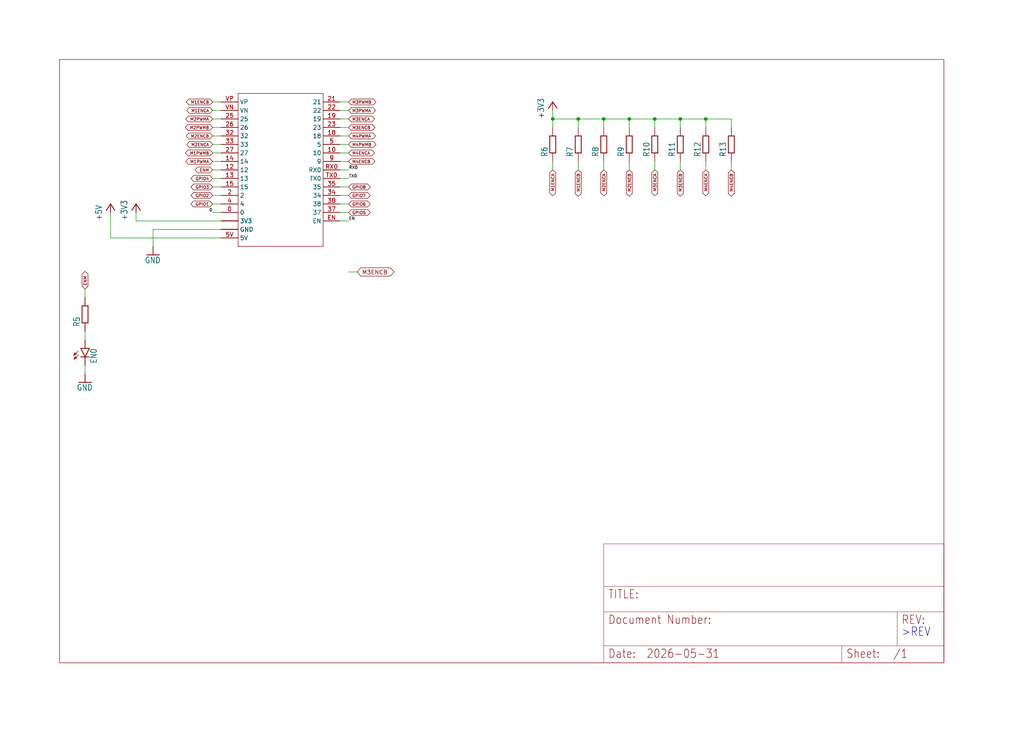
<source format=kicad_sch>
(kicad_sch (version 20230121) (generator eeschema)
  (paper "User" 305.867 218.491)
  (lib_symbols
    (symbol "Edurob-eagle-import:+3V3" (power)
      (property "Value" "+3V3" (at -2.54 -5.08 90))
      (symbol "+3V3_1_0"
        (polyline (pts (xy 0 0) (xy -1.27 -1.905)) (stroke (width 0.254)))
        (polyline (pts (xy 1.27 -1.905) (xy 0 0)) (stroke (width 0.254)))
        (pin power_in line (at 0 -2.54 90) (length 2.54) (name "+3V3") (number "1"))
      )
    )
    (symbol "Edurob-eagle-import:+5V" (power)
      (property "Value" "+5V" (at -2.54 -5.08 90))
      (symbol "+5V_1_0"
        (polyline (pts (xy 0 0) (xy -1.27 -1.905)) (stroke (width 0.254)))
        (polyline (pts (xy 1.27 -1.905) (xy 0 0)) (stroke (width 0.254)))
        (pin power_in line (at 0 -2.54 90) (length 2.54) (name "+5V") (number "1"))
      )
    )
    (symbol "Edurob-eagle-import:DINA4_L"
      (symbol "DINA4_L_1_0"
        (polyline (pts (xy 0 0) (xy 264.16 0) (xy 264.16 180.34) (xy 0 180.34) (xy 0 0)))
      )
      (symbol "DINA4_L_2_0"
        (polyline (pts (xy 0 0) (xy 0 5.08)) (stroke (width 0.1016)))
        (polyline (pts (xy 0 0) (xy 71.12 0)) (stroke (width 0.1016)))
        (polyline (pts (xy 0 5.08) (xy 0 15.24)) (stroke (width 0.1016)))
        (polyline (pts (xy 0 5.08) (xy 71.12 5.08)) (stroke (width 0.1016)))
        (polyline (pts (xy 0 15.24) (xy 0 22.86)) (stroke (width 0.1016)))
        (polyline (pts (xy 0 22.86) (xy 0 35.56)) (stroke (width 0.1016)))
        (polyline (pts (xy 0 22.86) (xy 101.6 22.86)) (stroke (width 0.1016)))
        (polyline (pts (xy 71.12 0) (xy 101.6 0)) (stroke (width 0.1016)))
        (polyline (pts (xy 71.12 5.08) (xy 71.12 0)) (stroke (width 0.1016)))
        (polyline (pts (xy 71.12 5.08) (xy 87.63 5.08)) (stroke (width 0.1016)))
        (polyline (pts (xy 87.63 5.08) (xy 101.6 5.08)) (stroke (width 0.1016)))
        (polyline (pts (xy 87.63 15.24) (xy 0 15.24)) (stroke (width 0.1016)))
        (polyline (pts (xy 87.63 15.24) (xy 87.63 5.08)) (stroke (width 0.1016)))
        (polyline (pts (xy 101.6 5.08) (xy 101.6 0)) (stroke (width 0.1016)))
        (polyline (pts (xy 101.6 15.24) (xy 87.63 15.24)) (stroke (width 0.1016)))
        (polyline (pts (xy 101.6 15.24) (xy 101.6 5.08)) (stroke (width 0.1016)))
        (polyline (pts (xy 101.6 22.86) (xy 101.6 15.24)) (stroke (width 0.1016)))
        (polyline (pts (xy 101.6 35.56) (xy 0 35.56)) (stroke (width 0.1016)))
        (polyline (pts (xy 101.6 35.56) (xy 101.6 22.86)) (stroke (width 0.1016)))
        (text "${#}/${##}" (at 86.36 1.27 0) (effects (font (size 2.54 2.159)) (justify left bottom)))
        (text "${CURRENT_DATE}" (at 12.7 1.27 0) (effects (font (size 2.54 2.159)) (justify left bottom)))
        (text "${PROJECTNAME}" (at 17.78 19.05 0) (effects (font (size 2.54 2.159)) (justify left bottom)))
        (text "Date:" (at 1.27 1.27 0) (effects (font (size 2.54 2.159)) (justify left bottom)))
        (text "Document Number:" (at 1.27 11.43 0) (effects (font (size 2.54 2.159)) (justify left bottom)))
        (text "REV:" (at 88.9 11.43 0) (effects (font (size 2.54 2.159)) (justify left bottom)))
        (text "Sheet:" (at 72.39 1.27 0) (effects (font (size 2.54 2.159)) (justify left bottom)))
        (text "TITLE:" (at 1.27 19.05 0) (effects (font (size 2.54 2.159)) (justify left bottom)))
      )
    )
    (symbol "Edurob-eagle-import:ESP32"
      (symbol "ESP32_1_0"
        (polyline (pts (xy -12.7 -22.86) (xy -12.7 22.86)) (stroke (width 0.1524)))
        (polyline (pts (xy -12.7 22.86) (xy 12.7 22.86)) (stroke (width 0.1524)))
        (polyline (pts (xy 12.7 -22.86) (xy -12.7 -22.86)) (stroke (width 0.1524)))
        (polyline (pts (xy 12.7 22.86) (xy 12.7 -22.86)) (stroke (width 0.1524)))
        (pin bidirectional line (at -17.78 -12.7 0) (length 5.08) (name "0") (number "0"))
        (pin bidirectional line (at 17.78 5.08 180) (length 5.08) (name "10") (number "10"))
        (pin bidirectional line (at -17.78 0 0) (length 5.08) (name "12") (number "12"))
        (pin bidirectional line (at -17.78 -2.54 0) (length 5.08) (name "13") (number "13"))
        (pin bidirectional line (at -17.78 2.54 0) (length 5.08) (name "14") (number "14"))
        (pin bidirectional line (at -17.78 -5.08 0) (length 5.08) (name "15") (number "15"))
        (pin bidirectional line (at 17.78 10.16 180) (length 5.08) (name "18") (number "18"))
        (pin bidirectional line (at 17.78 15.24 180) (length 5.08) (name "19") (number "19"))
        (pin bidirectional line (at -17.78 -7.62 0) (length 5.08) (name "2") (number "2"))
        (pin bidirectional line (at 17.78 20.32 180) (length 5.08) (name "21") (number "21"))
        (pin bidirectional line (at 17.78 17.78 180) (length 5.08) (name "22") (number "22"))
        (pin bidirectional line (at 17.78 12.7 180) (length 5.08) (name "23") (number "23"))
        (pin bidirectional line (at -17.78 15.24 0) (length 5.08) (name "25") (number "25"))
        (pin bidirectional line (at -17.78 12.7 0) (length 5.08) (name "26") (number "26"))
        (pin bidirectional line (at -17.78 5.08 0) (length 5.08) (name "27") (number "27"))
        (pin bidirectional line (at -17.78 10.16 0) (length 5.08) (name "32") (number "32"))
        (pin bidirectional line (at -17.78 7.62 0) (length 5.08) (name "33") (number "33"))
        (pin bidirectional line (at 17.78 -7.62 180) (length 5.08) (name "34") (number "34"))
        (pin bidirectional line (at 17.78 -5.08 180) (length 5.08) (name "35") (number "35"))
        (pin bidirectional line (at 17.78 -12.7 180) (length 5.08) (name "37") (number "37"))
        (pin bidirectional line (at 17.78 -10.16 180) (length 5.08) (name "38") (number "38"))
        (pin bidirectional line (at -17.78 -15.24 0) (length 5.08) (name "3V3") (number "3V3"))
        (pin bidirectional line (at -17.78 -15.24 0) (length 5.08) (name "3V3") (number "3V3."))
        (pin bidirectional line (at -17.78 -10.16 0) (length 5.08) (name "4") (number "4"))
        (pin bidirectional line (at 17.78 7.62 180) (length 5.08) (name "5") (number "5"))
        (pin bidirectional line (at -17.78 -20.32 0) (length 5.08) (name "5V") (number "5V"))
        (pin bidirectional line (at 17.78 2.54 180) (length 5.08) (name "9") (number "9"))
        (pin bidirectional line (at 17.78 -15.24 180) (length 5.08) (name "EN") (number "EN"))
        (pin bidirectional line (at -17.78 -17.78 0) (length 5.08) (name "GND") (number "GND"))
        (pin bidirectional line (at -17.78 -17.78 0) (length 5.08) (name "GND") (number "GND."))
        (pin bidirectional line (at 17.78 0 180) (length 5.08) (name "RX0") (number "RX0"))
        (pin bidirectional line (at 17.78 -2.54 180) (length 5.08) (name "TX0") (number "TX0"))
        (pin bidirectional line (at -17.78 17.78 0) (length 5.08) (name "VN") (number "VN"))
        (pin bidirectional line (at -17.78 20.32 0) (length 5.08) (name "VP") (number "VP"))
      )
    )
    (symbol "Edurob-eagle-import:GND" (power)
      (property "Value" "GND" (at -2.54 -2.54 0))
      (symbol "GND_1_0"
        (polyline (pts (xy -1.905 0) (xy 1.905 0)) (stroke (width 0.254)))
        (pin power_in line (at 0 2.54 270) (length 2.54) (name "GND") (number "1"))
      )
    )
    (symbol "Edurob-eagle-import:LEDCHIP-LED0805"
      (property "Reference" "LED" (at 3.556 -4.572 90))
      (symbol "LEDCHIP-LED0805_1_0"
        (polyline (pts (xy -2.032 -0.762) (xy -3.429 -2.159)) (stroke (width 0.1524)))
        (polyline (pts (xy -1.905 -1.905) (xy -3.302 -3.302)) (stroke (width 0.1524)))
        (polyline (pts (xy 0 -2.54) (xy -1.27 -2.54)) (stroke (width 0.254)))
        (polyline (pts (xy 0 -2.54) (xy -1.27 0)) (stroke (width 0.254)))
        (polyline (pts (xy 0 0) (xy -1.27 0)) (stroke (width 0.254)))
        (polyline (pts (xy 1.27 -2.54) (xy 0 -2.54)) (stroke (width 0.254)))
        (polyline (pts (xy 1.27 0) (xy 0 -2.54)) (stroke (width 0.254)))
        (polyline (pts (xy 1.27 0) (xy 0 0)) (stroke (width 0.254)))
        (polyline (pts (xy -3.429 -2.159) (xy -3.048 -1.27) (xy -2.54 -1.778)) (stroke (width 0.1524)) (fill (type outline)))
        (polyline (pts (xy -3.302 -3.302) (xy -2.921 -2.413) (xy -2.413 -2.921)) (stroke (width 0.1524)) (fill (type outline)))
        (pin passive line (at 0 2.54 270) (length 2.54) (name "A") (number "A"))
        (pin passive line (at 0 -5.08 90) (length 2.54) (name "C") (number "C"))
      )
    )
    (symbol "Edurob-eagle-import:R-EU_R0603"
      (property "Reference" "R" (at -3.81 1.4986 0))
      (symbol "R-EU_R0603_1_0"
        (polyline (pts (xy -2.54 -0.889) (xy -2.54 0.889)) (stroke (width 0.254)))
        (polyline (pts (xy -2.54 -0.889) (xy 2.54 -0.889)) (stroke (width 0.254)))
        (polyline (pts (xy 2.54 -0.889) (xy 2.54 0.889)) (stroke (width 0.254)))
        (polyline (pts (xy 2.54 0.889) (xy -2.54 0.889)) (stroke (width 0.254)))
        (pin passive line (at -5.08 0 0) (length 2.54) (name "1") (number "1"))
        (pin passive line (at 5.08 0 180) (length 2.54) (name "2") (number "2"))
      )
    )
    (symbol "Edurob-eagle-import:R-EU_R0805"
      (property "Reference" "R" (at -3.81 1.4986 0))
      (symbol "R-EU_R0805_1_0"
        (polyline (pts (xy -2.54 -0.889) (xy -2.54 0.889)) (stroke (width 0.254)))
        (polyline (pts (xy -2.54 -0.889) (xy 2.54 -0.889)) (stroke (width 0.254)))
        (polyline (pts (xy 2.54 -0.889) (xy 2.54 0.889)) (stroke (width 0.254)))
        (polyline (pts (xy 2.54 0.889) (xy -2.54 0.889)) (stroke (width 0.254)))
        (pin passive line (at -5.08 0 0) (length 2.54) (name "1") (number "1"))
        (pin passive line (at 5.08 0 180) (length 2.54) (name "2") (number "2"))
      )
    )
  )
  (junction (at 180.34 35.56))
  (junction (at 172.72 35.56))
  (junction (at 203.2 35.56))
  (junction (at 210.82 35.56))
  (junction (at 187.96 35.56))
  (junction (at 195.58 35.56))
  (junction (at 165.1 35.56))
  (wire (pts (xy 45.72 68.58) (xy 66.04 68.58)) (stroke (width 0.1524)))
  (wire (pts (xy 66.04 55.88) (xy 63.5 55.88)) (stroke (width 0.1524)))
  (wire (pts (xy 101.6 35.56) (xy 104.14 35.56)) (stroke (width 0.1524)))
  (wire (pts (xy 172.72 35.56) (xy 165.1 35.56)) (stroke (width 0.1524)))
  (wire (pts (xy 66.04 48.26) (xy 63.5 48.26)) (stroke (width 0.1524)))
  (wire (pts (xy 45.72 73.66) (xy 45.72 68.58)) (stroke (width 0.1524)))
  (wire (pts (xy 203.2 48.26) (xy 203.2 50.8)) (stroke (width 0.1524)))
  (wire (pts (xy 66.04 58.42) (xy 63.5 58.42)) (stroke (width 0.1524)))
  (wire (pts (xy 25.4 111.76) (xy 25.4 109.22)) (stroke (width 0.1524)))
  (wire (pts (xy 172.72 48.26) (xy 172.72 50.8)) (stroke (width 0.1524)))
  (wire (pts (xy 104.14 81.28) (xy 106.68 81.28)) (stroke (width 0.1524)))
  (wire (pts (xy 101.6 38.1) (xy 104.14 38.1)) (stroke (width 0.1524)))
  (wire (pts (xy 101.6 55.88) (xy 104.14 55.88)) (stroke (width 0.1524)))
  (wire (pts (xy 40.64 66.04) (xy 40.64 63.5)) (stroke (width 0.1524)))
  (wire (pts (xy 165.1 38.1) (xy 165.1 35.56)) (stroke (width 0.1524)))
  (wire (pts (xy 187.96 48.26) (xy 187.96 50.8)) (stroke (width 0.1524)))
  (wire (pts (xy 187.96 35.56) (xy 180.34 35.56)) (stroke (width 0.1524)))
  (wire (pts (xy 180.34 38.1) (xy 180.34 35.56)) (stroke (width 0.1524)))
  (wire (pts (xy 101.6 63.5) (xy 104.14 63.5)) (stroke (width 0.1524)))
  (wire (pts (xy 104.14 60.96) (xy 101.6 60.96)) (stroke (width 0.1524)))
  (wire (pts (xy 101.6 30.48) (xy 104.14 30.48)) (stroke (width 0.1524)))
  (wire (pts (xy 210.82 35.56) (xy 203.2 35.56)) (stroke (width 0.1524)))
  (wire (pts (xy 101.6 50.8) (xy 104.14 50.8)) (stroke (width 0.1524)))
  (wire (pts (xy 66.04 38.1) (xy 63.5 38.1)) (stroke (width 0.1524)))
  (wire (pts (xy 165.1 48.26) (xy 165.1 50.8)) (stroke (width 0.1524)))
  (wire (pts (xy 66.04 50.8) (xy 63.5 50.8)) (stroke (width 0.1524)))
  (wire (pts (xy 101.6 66.04) (xy 104.14 66.04)) (stroke (width 0.1524)))
  (wire (pts (xy 101.6 33.02) (xy 104.14 33.02)) (stroke (width 0.1524)))
  (wire (pts (xy 101.6 48.26) (xy 104.14 48.26)) (stroke (width 0.1524)))
  (wire (pts (xy 101.6 45.72) (xy 104.14 45.72)) (stroke (width 0.1524)))
  (wire (pts (xy 66.04 66.04) (xy 40.64 66.04)) (stroke (width 0.1524)))
  (wire (pts (xy 63.5 43.18) (xy 66.04 43.18)) (stroke (width 0.1524)))
  (wire (pts (xy 101.6 53.34) (xy 104.14 53.34)) (stroke (width 0.1524)))
  (wire (pts (xy 195.58 35.56) (xy 187.96 35.56)) (stroke (width 0.1524)))
  (wire (pts (xy 63.5 40.64) (xy 66.04 40.64)) (stroke (width 0.1524)))
  (wire (pts (xy 66.04 30.48) (xy 63.5 30.48)) (stroke (width 0.1524)))
  (wire (pts (xy 180.34 48.26) (xy 180.34 50.8)) (stroke (width 0.1524)))
  (wire (pts (xy 195.58 48.26) (xy 195.58 50.8)) (stroke (width 0.1524)))
  (wire (pts (xy 66.04 35.56) (xy 63.5 35.56)) (stroke (width 0.1524)))
  (wire (pts (xy 165.1 35.56) (xy 165.1 33.02)) (stroke (width 0.1524)))
  (wire (pts (xy 218.44 48.26) (xy 218.44 50.8)) (stroke (width 0.1524)))
  (wire (pts (xy 218.44 38.1) (xy 218.44 35.56)) (stroke (width 0.1524)))
  (wire (pts (xy 33.02 63.5) (xy 33.02 71.12)) (stroke (width 0.1524)))
  (wire (pts (xy 66.04 33.02) (xy 63.5 33.02)) (stroke (width 0.1524)))
  (wire (pts (xy 210.82 48.26) (xy 210.82 50.8)) (stroke (width 0.1524)))
  (wire (pts (xy 33.02 71.12) (xy 66.04 71.12)) (stroke (width 0.1524)))
  (wire (pts (xy 203.2 35.56) (xy 195.58 35.56)) (stroke (width 0.1524)))
  (wire (pts (xy 218.44 35.56) (xy 210.82 35.56)) (stroke (width 0.1524)))
  (wire (pts (xy 203.2 38.1) (xy 203.2 35.56)) (stroke (width 0.1524)))
  (wire (pts (xy 66.04 63.5) (xy 63.5 63.5)) (stroke (width 0.1524)))
  (wire (pts (xy 66.04 53.34) (xy 63.5 53.34)) (stroke (width 0.1524)))
  (wire (pts (xy 172.72 38.1) (xy 172.72 35.56)) (stroke (width 0.1524)))
  (wire (pts (xy 195.58 38.1) (xy 195.58 35.56)) (stroke (width 0.1524)))
  (wire (pts (xy 180.34 35.56) (xy 172.72 35.56)) (stroke (width 0.1524)))
  (wire (pts (xy 66.04 45.72) (xy 63.5 45.72)) (stroke (width 0.1524)))
  (wire (pts (xy 25.4 88.9) (xy 25.4 86.36)) (stroke (width 0.1524)))
  (wire (pts (xy 66.04 60.96) (xy 63.5 60.96)) (stroke (width 0.1524)))
  (wire (pts (xy 101.6 40.64) (xy 104.14 40.64)) (stroke (width 0.1524)))
  (wire (pts (xy 187.96 38.1) (xy 187.96 35.56)) (stroke (width 0.1524)))
  (wire (pts (xy 101.6 43.18) (xy 104.14 43.18)) (stroke (width 0.1524)))
  (wire (pts (xy 210.82 38.1) (xy 210.82 35.56)) (stroke (width 0.1524)))
  (wire (pts (xy 101.6 58.42) (xy 104.14 58.42)) (stroke (width 0.1524)))
  (wire (pts (xy 25.4 99.06) (xy 25.4 101.6)) (stroke (width 0.1524)))
  (text "${SHEETNAME}" (at 182.88 172.72 0) (effects (font (size 6.4516 5.4838)) (justify left bottom)))
  (text ">REV" (at 269.24 190.5 0) (effects (font (size 2.54 2.159)) (justify left bottom)))
  (label "RX0" (at 104.14 50.8 0) (effects (font (size 0.889 0.889))))
  (label "0" (at 63.5 63.5 180) (effects (font (size 0.889 0.889))))
  (label "TX0" (at 104.14 53.34 0) (effects (font (size 0.889 0.889))))
  (label "EN" (at 104.14 66.04 0) (effects (font (size 0.889 0.889))))
  (global_label "M2ENCB" (shape bidirectional) (at 187.96 50.8 270) (effects (font (size 0.889 0.889))) (property "Intersheetrefs" "${INTERSHEET_REFS}" (effects hide)))
  (global_label "M2ENCA" (shape bidirectional) (at 63.5 43.18 180) (effects (font (size 0.889 0.889))) (property "Intersheetrefs" "${INTERSHEET_REFS}" (effects hide)))
  (global_label "M1PWMB" (shape bidirectional) (at 63.5 45.72 180) (effects (font (size 0.889 0.889))) (property "Intersheetrefs" "${INTERSHEET_REFS}" (effects hide)))
  (global_label "M4ENCA" (shape bidirectional) (at 104.14 45.72 0) (effects (font (size 0.889 0.889))) (property "Intersheetrefs" "${INTERSHEET_REFS}" (effects hide)))
  (global_label "M2ENCB" (shape bidirectional) (at 63.5 40.64 180) (effects (font (size 0.889 0.889))) (property "Intersheetrefs" "${INTERSHEET_REFS}" (effects hide)))
  (global_label "M1ENCA" (shape bidirectional) (at 165.1 50.8 270) (effects (font (size 0.889 0.889))) (property "Intersheetrefs" "${INTERSHEET_REFS}" (effects hide)))
  (global_label "GPIO3" (shape bidirectional) (at 63.5 55.88 180) (effects (font (size 0.889 0.889))) (property "Intersheetrefs" "${INTERSHEET_REFS}" (effects hide)))
  (global_label "GPIO6" (shape bidirectional) (at 104.14 60.96 0) (effects (font (size 0.889 0.889))) (property "Intersheetrefs" "${INTERSHEET_REFS}" (effects hide)))
  (global_label "M4PWMB" (shape bidirectional) (at 104.14 43.18 0) (effects (font (size 0.889 0.889))) (property "Intersheetrefs" "${INTERSHEET_REFS}" (effects hide)))
  (global_label "M3PWMA" (shape bidirectional) (at 104.14 33.02 0) (effects (font (size 0.889 0.889))) (property "Intersheetrefs" "${INTERSHEET_REFS}" (effects hide)))
  (global_label "M3ENCB" (shape bidirectional) (at 104.14 38.1 0) (effects (font (size 0.889 0.889))) (property "Intersheetrefs" "${INTERSHEET_REFS}" (effects hide)))
  (global_label "M1ENCA" (shape bidirectional) (at 63.5 33.02 180) (effects (font (size 0.889 0.889))) (property "Intersheetrefs" "${INTERSHEET_REFS}" (effects hide)))
  (global_label "M4ENCB" (shape bidirectional) (at 104.14 48.26 0) (effects (font (size 0.889 0.889))) (property "Intersheetrefs" "${INTERSHEET_REFS}" (effects hide)))
  (global_label "M4PWMA" (shape bidirectional) (at 104.14 40.64 0) (effects (font (size 0.889 0.889))) (property "Intersheetrefs" "${INTERSHEET_REFS}" (effects hide)))
  (global_label "M2PWMA" (shape bidirectional) (at 63.5 35.56 180) (effects (font (size 0.889 0.889))) (property "Intersheetrefs" "${INTERSHEET_REFS}" (effects hide)))
  (global_label "M3ENCB" (shape bidirectional) (at 106.68 81.28 0) (effects (font (size 1.2446 1.2446))) (property "Intersheetrefs" "${INTERSHEET_REFS}" (effects hide)))
  (global_label "M4ENCB" (shape bidirectional) (at 218.44 50.8 270) (effects (font (size 0.889 0.889))) (property "Intersheetrefs" "${INTERSHEET_REFS}" (effects hide)))
  (global_label "M3ENCB" (shape bidirectional) (at 203.2 50.8 270) (effects (font (size 0.889 0.889))) (property "Intersheetrefs" "${INTERSHEET_REFS}" (effects hide)))
  (global_label "M3ENCA" (shape bidirectional) (at 195.58 50.8 270) (effects (font (size 0.889 0.889))) (property "Intersheetrefs" "${INTERSHEET_REFS}" (effects hide)))
  (global_label "ENM" (shape bidirectional) (at 25.4 86.36 90) (effects (font (size 0.889 0.889))) (property "Intersheetrefs" "${INTERSHEET_REFS}" (effects hide)))
  (global_label "GPIO5" (shape bidirectional) (at 104.14 63.5 0) (effects (font (size 0.889 0.889))) (property "Intersheetrefs" "${INTERSHEET_REFS}" (effects hide)))
  (global_label "M3ENCA" (shape bidirectional) (at 104.14 35.56 0) (effects (font (size 0.889 0.889))) (property "Intersheetrefs" "${INTERSHEET_REFS}" (effects hide)))
  (global_label "ENM" (shape bidirectional) (at 63.5 50.8 180) (effects (font (size 0.889 0.889))) (property "Intersheetrefs" "${INTERSHEET_REFS}" (effects hide)))
  (global_label "GPIO7" (shape bidirectional) (at 104.14 58.42 0) (effects (font (size 0.889 0.889))) (property "Intersheetrefs" "${INTERSHEET_REFS}" (effects hide)))
  (global_label "M1PWMA" (shape bidirectional) (at 63.5 48.26 180) (effects (font (size 0.889 0.889))) (property "Intersheetrefs" "${INTERSHEET_REFS}" (effects hide)))
  (global_label "GPIO4" (shape bidirectional) (at 63.5 53.34 180) (effects (font (size 0.889 0.889))) (property "Intersheetrefs" "${INTERSHEET_REFS}" (effects hide)))
  (global_label "GPIO1" (shape bidirectional) (at 63.5 60.96 180) (effects (font (size 0.889 0.889))) (property "Intersheetrefs" "${INTERSHEET_REFS}" (effects hide)))
  (global_label "M2ENCA" (shape bidirectional) (at 180.34 50.8 270) (effects (font (size 0.889 0.889))) (property "Intersheetrefs" "${INTERSHEET_REFS}" (effects hide)))
  (global_label "M3PWMB" (shape bidirectional) (at 104.14 30.48 0) (effects (font (size 0.889 0.889))) (property "Intersheetrefs" "${INTERSHEET_REFS}" (effects hide)))
  (global_label "M1ENCB" (shape bidirectional) (at 172.72 50.8 270) (effects (font (size 0.889 0.889))) (property "Intersheetrefs" "${INTERSHEET_REFS}" (effects hide)))
  (global_label "M2PWMB" (shape bidirectional) (at 63.5 38.1 180) (effects (font (size 0.889 0.889))) (property "Intersheetrefs" "${INTERSHEET_REFS}" (effects hide)))
  (global_label "GPIO8" (shape bidirectional) (at 104.14 55.88 0) (effects (font (size 0.889 0.889))) (property "Intersheetrefs" "${INTERSHEET_REFS}" (effects hide)))
  (global_label "M4ENCA" (shape bidirectional) (at 210.82 50.8 270) (effects (font (size 0.889 0.889))) (property "Intersheetrefs" "${INTERSHEET_REFS}" (effects hide)))
  (global_label "GPIO2" (shape bidirectional) (at 63.5 58.42 180) (effects (font (size 0.889 0.889))) (property "Intersheetrefs" "${INTERSHEET_REFS}" (effects hide)))
  (global_label "M1ENCB" (shape bidirectional) (at 63.5 30.48 180) (effects (font (size 0.889 0.889))) (property "Intersheetrefs" "${INTERSHEET_REFS}" (effects hide)))
  (symbol (lib_id "Edurob-eagle-import:LEDCHIP-LED0805") (at 25.4 104.14 0) (unit 1)
    (property "Reference" "EN0" (at 28.956 108.712 90) (effects (font (size 1.778 1.5113)) (justify left bottom)))
    (property "Value" "LEDCHIP-LED0805" (effects hide))
    (property "Footprint" "Edurob:CHIP-LED0805" (effects hide))
  )
  (symbol (lib_id "Edurob-eagle-import:+3V3") (at 165.1 30.48 0) (unit 1)
    (property "Reference" "#+3V11" (effects hide))
    (property "Value" "+3V3" (at 162.56 35.56 90) (effects (font (size 1.778 1.5113)) (justify left bottom)))
  )
  (symbol (lib_id "Edurob-eagle-import:DINA4_L") (at 17.78 198.12 0) (unit 1)
    (property "Reference" "#FRAME3" (effects hide))
    (property "Value" "DINA4_L" (effects hide))
  )
  (symbol (lib_id "Edurob-eagle-import:R-EU_R0603") (at 195.58 43.18 90) (unit 1)
    (property "Reference" "R10" (at 194.0814 46.99 0) (effects (font (size 1.778 1.5113)) (justify left bottom)))
    (property "Value" "R-EU_R0603" (effects hide))
    (property "Footprint" "Edurob:R0603" (effects hide))
  )
  (symbol (lib_id "Edurob-eagle-import:ESP32") (at 83.82 50.8 0) (unit 1)
    (property "Reference" "U$1" (effects hide))
    (property "Value" "ESP32" (effects hide))
    (property "Footprint" "Edurob:ESP32" (effects hide))
  )
  (symbol (lib_id "Edurob-eagle-import:R-EU_R0603") (at 203.2 43.18 90) (unit 1)
    (property "Reference" "R11" (at 201.7014 46.99 0) (effects (font (size 1.778 1.5113)) (justify left bottom)))
    (property "Value" "R-EU_R0603" (effects hide))
    (property "Footprint" "Edurob:R0603" (effects hide))
  )
  (symbol (lib_id "Edurob-eagle-import:R-EU_R0603") (at 180.34 43.18 90) (unit 1)
    (property "Reference" "R8" (at 178.8414 46.99 0) (effects (font (size 1.778 1.5113)) (justify left bottom)))
    (property "Value" "R-EU_R0603" (effects hide))
    (property "Footprint" "Edurob:R0603" (effects hide))
  )
  (symbol (lib_id "Edurob-eagle-import:+3V3") (at 40.64 60.96 0) (unit 1)
    (property "Reference" "#+3V2" (effects hide))
    (property "Value" "+3V3" (at 38.1 66.04 90) (effects (font (size 1.778 1.5113)) (justify left bottom)))
  )
  (symbol (lib_id "Edurob-eagle-import:R-EU_R0805") (at 25.4 93.98 90) (unit 1)
    (property "Reference" "R5" (at 23.9014 97.79 0) (effects (font (size 1.778 1.5113)) (justify left bottom)))
    (property "Value" "R-EU_R0805" (effects hide))
    (property "Footprint" "Edurob:R0805" (effects hide))
  )
  (symbol (lib_id "Edurob-eagle-import:R-EU_R0603") (at 210.82 43.18 90) (unit 1)
    (property "Reference" "R12" (at 209.3214 46.99 0) (effects (font (size 1.778 1.5113)) (justify left bottom)))
    (property "Value" "R-EU_R0603" (effects hide))
    (property "Footprint" "Edurob:R0603" (effects hide))
  )
  (symbol (lib_id "Edurob-eagle-import:GND") (at 45.72 76.2 0) (unit 1)
    (property "Reference" "#GND16" (effects hide))
    (property "Value" "GND" (at 43.18 78.74 0) (effects (font (size 1.778 1.5113)) (justify left bottom)))
  )
  (symbol (lib_id "Edurob-eagle-import:GND") (at 25.4 114.3 0) (unit 1)
    (property "Reference" "#GND9" (effects hide))
    (property "Value" "GND" (at 22.86 116.84 0) (effects (font (size 1.778 1.5113)) (justify left bottom)))
  )
  (symbol (lib_id "Edurob-eagle-import:DINA4_L") (at 180.34 198.12 0) (unit 2)
    (property "Reference" "#FRAME3" (effects hide))
    (property "Value" "DINA4_L" (effects hide))
  )
  (symbol (lib_id "Edurob-eagle-import:R-EU_R0603") (at 187.96 43.18 90) (unit 1)
    (property "Reference" "R9" (at 186.4614 46.99 0) (effects (font (size 1.778 1.5113)) (justify left bottom)))
    (property "Value" "R-EU_R0603" (effects hide))
    (property "Footprint" "Edurob:R0603" (effects hide))
  )
  (symbol (lib_id "Edurob-eagle-import:R-EU_R0603") (at 218.44 43.18 90) (unit 1)
    (property "Reference" "R13" (at 216.9414 46.99 0) (effects (font (size 1.778 1.5113)) (justify left bottom)))
    (property "Value" "R-EU_R0603" (effects hide))
    (property "Footprint" "Edurob:R0603" (effects hide))
  )
  (symbol (lib_id "Edurob-eagle-import:R-EU_R0603") (at 172.72 43.18 90) (unit 1)
    (property "Reference" "R7" (at 171.2214 46.99 0) (effects (font (size 1.778 1.5113)) (justify left bottom)))
    (property "Value" "R-EU_R0603" (effects hide))
    (property "Footprint" "Edurob:R0603" (effects hide))
  )
  (symbol (lib_id "Edurob-eagle-import:+5V") (at 33.02 60.96 0) (unit 1)
    (property "Reference" "#P+10" (effects hide))
    (property "Value" "+5V" (at 30.48 66.04 90) (effects (font (size 1.778 1.5113)) (justify left bottom)))
  )
  (symbol (lib_id "Edurob-eagle-import:R-EU_R0603") (at 165.1 43.18 90) (unit 1)
    (property "Reference" "R6" (at 163.6014 46.99 0) (effects (font (size 1.778 1.5113)) (justify left bottom)))
    (property "Value" "R-EU_R0603" (effects hide))
    (property "Footprint" "Edurob:R0603" (effects hide))
  )
)
</source>
